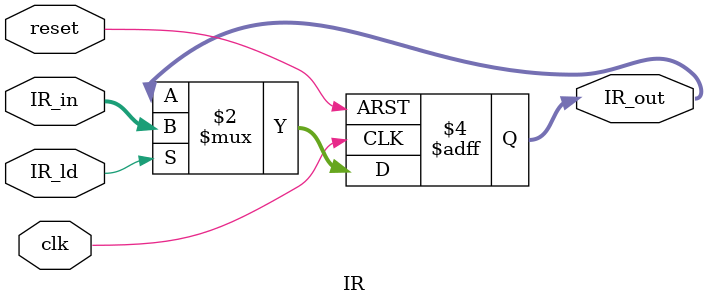
<source format=v>
`timescale 1ns / 1ps
/****************************** C E C S  4 4 0 ******************************
 *
 * File Name:  IR.v
 * Project:    CECS 440 Senior Project Design
 * Designer:   Joseph Almeida
 * Email:      Josephnalmeida@gmail.com
 * Rev. No.:   Version 1.0
 * Rev. Date:  October 10, 2018
 *
 * Purpose:		The instruction register holds the data from the instruction
 *					memory that is stepped through by the PC in order to give
 *					to the datapath to be exceuted
 *
 * Notes:
 *
 ****************************************************************************/
module IR(
	 input clk,
    input reset,
    input [31:0] IR_in,
    input IR_ld,
    output reg [31:0] IR_out
    );

	always@(posedge clk, posedge reset)
	begin
		if (reset) IR_out <= 0;
		else if (IR_ld) IR_out <= IR_in;
	end

endmodule

</source>
